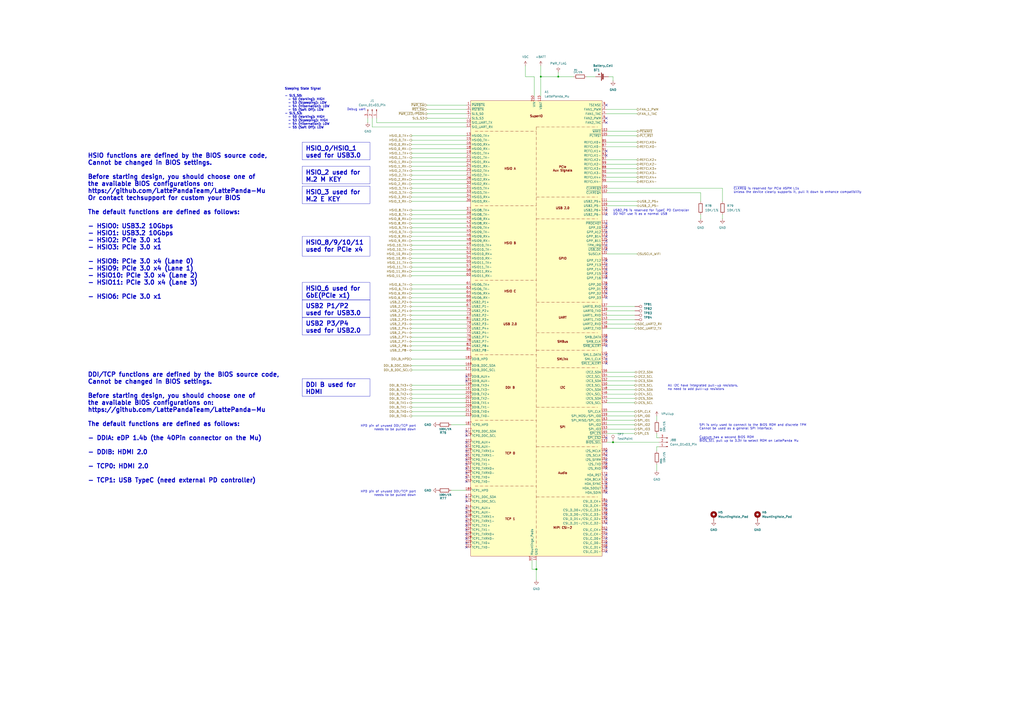
<source format=kicad_sch>
(kicad_sch (version 20250114) (generator "eeschema") (generator_version "9.0")
  (paper "A2")
  (title_block (title "Primer Carrier for LattePanda Mu") (date "2024-04-06") (rev "V1.0.0") (company "DFRobot") (comment 1 "20240406"))
  (text "HSIO functions are defined by the BIOS source code, \nCannot be changed in BIOS settings.\n\nBefore starting design, you should choose one of\nthe available BIOS configurations on:\nhttps://github.com/LattePandaTeam/LattePanda-Mu\nOr contact techsupport for custom your BIOS\n\nThe default functions are defined as follows:\n\n- HSIO0: USB3.2 10Gbps\n- HSIO1: USB3.2 10Gbps\n- HSIO2: PCIe 3.0 x1\n- HSIO3: PCIe 3.0 x1\n\n- HSIO8: PCIe 3.0 x4 (Lane 0)\n- HSIO9: PCIe 3.0 x4 (Lane 1)\n- HSIO10: PCIe 3.0 x4 (Lane 2)\n- HSIO11: PCIe 3.0 x4 (Lane 3)\n\n- HSIO6: PCIe 3.0 x1" (at 50.8 88.9 0) (effects (font (size 2.54 2.54) (thickness 0.508) (bold yes)) (justify left top)))
  (text "HPD pin of unused DDI/TCP port\nneeds to be pulled down" (at 241.3 246.38 0) (effects (font (size 1.27 1.27)) (justify right top)))
  (text "Cuprum has a second BIOS ROM\n~{BIOS_SEL} pull up to 3.3V to select ROM on LattePanda Mu" (at 405.638 256.54 0) (effects (font (size 1.27 1.27)) (justify left bottom)))
  (text "DDI/TCP functions are defined by the BIOS source code, \nCannot be changed in BIOS settings.\n\nBefore starting design, you should choose one of\nthe available BIOS configurations on:\nhttps://github.com/LattePandaTeam/LattePanda-Mu\n\nThe default functions are defined as follows:\n\n- DDIA: eDP 1.4b (the 40Pin connector on the Mu)\n\n- DDIB: HDMI 2.0\n\n- TCP0: HDMI 2.0\n\n- TCP1: USB TypeC (need external PD controller)" (at 50.8 215.9 0) (effects (font (size 2.54 2.54) (thickness 0.508) (bold yes)) (justify left top)))
  (text "Sleeping State Signal\n\n- SLS_S0: \n  - S0 (Working): HIGH\n  - S3 (Slpeeping): LOW\n  - S4 (Hibernation): LOW\n  - S5 (Soft Off): LOW\n- SLS_S3:\n  - S0 (Working): HIGH\n  - S3 (Slpeeping): HIGH\n  - S4 (Hibernation): LOW\n  - S5 (Soft Off): LOW" (at 165.1 50.8 0) (effects (font (size 1.27 1.27) (thickness 0.254) (bold yes)) (justify left top)))
  (text "USB2_P6 is reserved for TypeC PD Controller\nDO NOT use it as a normal USB" (at 355.6 123.19 0) (effects (font (size 1.27 1.27)) (justify left)))
  (text "SPI is only used to connect to the BIOS ROM and discrete TPM\nCannot be used as a general SPI interface." (at 405.638 247.65 0) (effects (font (size 1.27 1.27)) (justify left)))
  (text "All I2C have integrated pull-up resistors.\nno need to add pull-up resistors" (at 387.35 224.79 0) (effects (font (size 1.27 1.27)) (justify left)))
  (text "Debug uart" (at 212.09 63.5 0) (effects (font (size 1.27 1.27)) (justify right)))
  (text "~{CLKREQ} is reserved for PCIe ASPM L1s\nUnless the device clearly supports it, pull it down to enhance compatibility" (at 425.45 110.49 0) (effects (font (size 1.27 1.27)) (justify left)))
  (text "HPD pin of unused DDI/TCP port\nneeds to be pulled down" (at 241.3 284.48 0) (effects (font (size 1.27 1.27)) (justify right top)))
  (text_box "HSIO_0/HSIO_1 used for USB3.0 \n" (at 175.26 82.55 0) (size 39.37 10.16) (margins 1.905 1.905 1.905 1.905) (effects (font (size 2.54 2.54) (thickness 0.508) (bold yes)) (justify left top)))
  (text_box "HSIO_2 used for M.2 M KEY\n" (at 175.26 96.52 0) (size 39.37 10.16) (margins 1.905 1.905 1.905 1.905) (effects (font (size 2.54 2.54) (thickness 0.508) (bold yes)) (justify left top)))
  (text_box "HSIO_6 used for GbE(PCIe x1)\n" (at 175.26 163.83 0) (size 39.37 10.16) (margins 1.905 1.905 1.905 1.905) (effects (font (size 2.54 2.54) (thickness 0.508) (bold yes)) (justify left top)))
  (text_box "USB2 P3/P4 used for USB2.0 \n" (at 175.26 184.15 0) (size 39.37 10.16) (margins 1.905 1.905 1.905 1.905) (effects (font (size 2.54 2.54) (thickness 0.508) (bold yes)) (justify left top)))
  (text_box "DDI B used for HDMI\n" (at 175.26 219.71 0) (size 39.37 10.16) (margins 1.905 1.905 1.905 1.905) (effects (font (size 2.54 2.54) (thickness 0.508) (bold yes)) (justify left top)))
  (text_box "HSIO_3 used for M.2 E KEY\n" (at 175.26 107.95 0) (size 39.37 10.16) (margins 1.905 1.905 1.905 1.905) (effects (font (size 2.54 2.54) (thickness 0.508) (bold yes)) (justify left top)))
  (text_box "HSIO_8/9/10/11 used for PCIe x4\n\n" (at 175.26 137.16 0) (size 39.37 11.43) (margins 1.905 1.905 1.905 1.905) (effects (font (size 2.54 2.54) (thickness 0.508) (bold yes)) (justify left top)))
  (text_box "USB2 P1/P2 used for USB3.0\n" (at 175.26 173.99 0) (size 39.37 10.16) (margins 1.905 1.905 1.905 1.905) (effects (font (size 2.54 2.54) (thickness 0.508) (bold yes)) (justify left top)))
  (junction (at 355.6 256.54))
  (junction (at 323.85 44.45))
  (junction (at 311.15 330.2))
  (junction (at 313.69 44.45))
  (no_connect (at 270.51 307.34))
  (no_connect (at 351.79 278.13))
  (no_connect (at 351.79 293.37))
  (no_connect (at 351.79 275.59))
  (no_connect (at 351.79 129.54))
  (no_connect (at 351.79 132.08))
  (no_connect (at 351.79 208.28))
  (no_connect (at 270.51 220.98))
  (no_connect (at 351.79 161.29))
  (no_connect (at 351.79 285.75))
  (no_connect (at 270.51 252.73))
  (no_connect (at 270.51 309.88))
  (no_connect (at 270.51 274.32))
  (no_connect (at 351.79 134.62))
  (no_connect (at 351.79 198.12))
  (no_connect (at 351.79 167.64))
  (no_connect (at 270.51 250.19))
  (no_connect (at 351.79 264.16))
  (no_connect (at 351.79 298.45))
  (no_connect (at 270.51 304.8))
  (no_connect (at 351.79 172.72))
  (no_connect (at 351.79 153.67))
  (no_connect (at 351.79 170.18))
  (no_connect (at 351.79 151.13))
  (no_connect (at 270.51 314.96))
  (no_connect (at 351.79 205.74))
  (no_connect (at 351.79 165.1))
  (no_connect (at 351.79 312.42))
  (no_connect (at 270.51 269.24))
  (no_connect (at 270.51 297.18))
  (no_connect (at 351.79 87.63))
  (no_connect (at 351.79 269.24))
  (no_connect (at 270.51 261.62))
  (no_connect (at 351.79 271.78))
  (no_connect (at 270.51 294.64))
  (no_connect (at 351.79 290.83))
  (no_connect (at 270.51 312.42))
  (no_connect (at 351.79 300.99))
  (no_connect (at 351.79 68.58))
  (no_connect (at 270.51 259.08))
  (no_connect (at 270.51 288.29))
  (no_connect (at 351.79 266.7))
  (no_connect (at 351.79 283.21))
  (no_connect (at 351.79 124.46))
  (no_connect (at 270.51 299.72))
  (no_connect (at 351.79 254))
  (no_connect (at 351.79 71.12))
  (no_connect (at 351.79 200.66))
  (no_connect (at 351.79 280.67))
  (no_connect (at 351.79 295.91))
  (no_connect (at 351.79 144.78))
  (no_connect (at 351.79 90.17))
  (no_connect (at 270.51 302.26))
  (no_connect (at 351.79 139.7))
  (no_connect (at 351.79 309.88))
  (no_connect (at 270.51 279.4))
  (no_connect (at 351.79 156.21))
  (no_connect (at 351.79 320.04))
  (no_connect (at 351.79 261.62))
  (no_connect (at 351.79 303.53))
  (no_connect (at 270.51 276.86))
  (no_connect (at 270.51 218.44))
  (no_connect (at 351.79 121.92))
  (no_connect (at 351.79 142.24))
  (no_connect (at 351.79 60.96))
  (no_connect (at 351.79 195.58))
  (no_connect (at 351.79 307.34))
  (no_connect (at 270.51 256.54))
  (no_connect (at 351.79 314.96))
  (no_connect (at 351.79 210.82))
  (no_connect (at 270.51 317.5))
  (no_connect (at 351.79 137.16))
  (no_connect (at 270.51 266.7))
  (no_connect (at 270.51 264.16))
  (no_connect (at 270.51 271.78))
  (no_connect (at 270.51 290.83))
  (no_connect (at 351.79 317.5))
  (no_connect (at 351.79 158.75))
  (wire (pts (xy 351.79 105.41) (xy 369.57 105.41)))
  (wire (pts (xy 238.76 114.3) (xy 270.51 114.3)))
  (wire (pts (xy 213.36 68.58) (xy 213.36 71.12)))
  (wire (pts (xy 381 259.08) (xy 381 261.62)))
  (wire (pts (xy 238.76 172.72) (xy 270.51 172.72)))
  (wire (pts (xy 238.76 214.63) (xy 270.51 214.63)))
  (wire (pts (xy 406.4 111.76) (xy 406.4 116.84)))
  (wire (pts (xy 270.51 200.66) (xy 238.76 200.66)))
  (wire (pts (xy 353.06 44.45) (xy 355.6 44.45)))
  (wire (pts (xy 351.79 233.68) (xy 368.3 233.68)))
  (wire (pts (xy 304.8 44.45) (xy 309.88 44.45)))
  (wire (pts (xy 355.6 256.54) (xy 382.27 256.54)))
  (wire (pts (xy 351.79 111.76) (xy 406.4 111.76)))
  (wire (pts (xy 351.79 246.38) (xy 368.3 246.38)))
  (wire (pts (xy 238.76 116.84) (xy 270.51 116.84)))
  (wire (pts (xy 381 241.3) (xy 381 243.84)))
  (wire (pts (xy 381 254) (xy 381 251.46)))
  (wire (pts (xy 351.79 226.06) (xy 368.3 226.06)))
  (wire (pts (xy 261.62 246.38) (xy 270.51 246.38)))
  (wire (pts (xy 351.79 82.55) (xy 369.57 82.55)))
  (wire (pts (xy 238.76 137.16) (xy 270.51 137.16)))
  (wire (pts (xy 351.79 248.92) (xy 368.3 248.92)))
  (wire (pts (xy 247.65 63.5) (xy 270.51 63.5)))
  (wire (pts (xy 351.79 92.71) (xy 369.57 92.71)))
  (wire (pts (xy 238.76 228.6) (xy 270.51 228.6)))
  (wire (pts (xy 238.76 165.1) (xy 270.51 165.1)))
  (wire (pts (xy 308.61 325.12) (xy 308.61 330.2)))
  (wire (pts (xy 351.79 97.79) (xy 369.57 97.79)))
  (wire (pts (xy 351.79 102.87) (xy 369.57 102.87)))
  (wire (pts (xy 311.15 325.12) (xy 311.15 330.2)))
  (wire (pts (xy 419.1 109.22) (xy 419.1 116.84)))
  (wire (pts (xy 351.79 256.54) (xy 355.6 256.54)))
  (wire (pts (xy 238.76 127) (xy 270.51 127)))
  (wire (pts (xy 351.79 100.33) (xy 369.57 100.33)))
  (wire (pts (xy 238.76 157.48) (xy 270.51 157.48)))
  (wire (pts (xy 313.69 38.1) (xy 313.69 44.45)))
  (wire (pts (xy 238.76 96.52) (xy 270.51 96.52)))
  (wire (pts (xy 215.9 68.58) (xy 215.9 73.66)))
  (wire (pts (xy 351.79 251.46) (xy 368.3 251.46)))
  (wire (pts (xy 351.79 66.04) (xy 369.57 66.04)))
  (wire (pts (xy 238.76 86.36) (xy 270.51 86.36)))
  (wire (pts (xy 351.79 241.3) (xy 368.3 241.3)))
  (wire (pts (xy 351.79 180.34) (xy 368.3 180.34)))
  (wire (pts (xy 218.44 71.12) (xy 270.51 71.12)))
  (wire (pts (xy 351.79 177.8) (xy 368.3 177.8)))
  (wire (pts (xy 238.76 139.7) (xy 270.51 139.7)))
  (wire (pts (xy 238.76 223.52) (xy 270.51 223.52)))
  (wire (pts (xy 309.88 44.45) (xy 309.88 55.88)))
  (wire (pts (xy 238.76 99.06) (xy 270.51 99.06)))
  (wire (pts (xy 381 269.24) (xy 381 273.05)))
  (wire (pts (xy 238.76 88.9) (xy 270.51 88.9)))
  (wire (pts (xy 238.76 167.64) (xy 270.51 167.64)))
  (wire (pts (xy 238.76 142.24) (xy 270.51 142.24)))
  (wire (pts (xy 238.76 233.68) (xy 270.51 233.68)))
  (wire (pts (xy 270.51 203.2) (xy 238.76 203.2)))
  (wire (pts (xy 238.76 231.14) (xy 270.51 231.14)))
  (wire (pts (xy 238.76 81.28) (xy 270.51 81.28)))
  (wire (pts (xy 313.69 44.45) (xy 313.69 55.88)))
  (wire (pts (xy 351.79 228.6) (xy 368.3 228.6)))
  (wire (pts (xy 351.79 116.84) (xy 369.57 116.84)))
  (wire (pts (xy 238.76 147.32) (xy 270.51 147.32)))
  (wire (pts (xy 238.76 226.06) (xy 270.51 226.06)))
  (wire (pts (xy 351.79 231.14) (xy 368.3 231.14)))
  (wire (pts (xy 382.27 259.08) (xy 381 259.08)))
  (wire (pts (xy 308.61 330.2) (xy 311.15 330.2)))
  (wire (pts (xy 323.85 44.45) (xy 332.74 44.45)))
  (wire (pts (xy 238.76 152.4) (xy 270.51 152.4)))
  (wire (pts (xy 351.79 243.84) (xy 368.3 243.84)))
  (wire (pts (xy 351.79 187.96) (xy 368.3 187.96)))
  (wire (pts (xy 238.76 208.28) (xy 270.51 208.28)))
  (wire (pts (xy 238.76 93.98) (xy 270.51 93.98)))
  (wire (pts (xy 340.36 44.45) (xy 345.44 44.45)))
  (wire (pts (xy 355.6 44.45) (xy 355.6 46.99)))
  (wire (pts (xy 238.76 144.78) (xy 270.51 144.78)))
  (wire (pts (xy 215.9 73.66) (xy 270.51 73.66)))
  (wire (pts (xy 247.65 66.04) (xy 270.51 66.04)))
  (wire (pts (xy 351.79 109.22) (xy 419.1 109.22)))
  (wire (pts (xy 238.76 241.3) (xy 270.51 241.3)))
  (wire (pts (xy 238.76 154.94) (xy 270.51 154.94)))
  (wire (pts (xy 238.76 101.6) (xy 270.51 101.6)))
  (wire (pts (xy 351.79 218.44) (xy 368.3 218.44)))
  (wire (pts (xy 238.76 109.22) (xy 270.51 109.22)))
  (wire (pts (xy 238.76 78.74) (xy 270.51 78.74)))
  (wire (pts (xy 238.76 91.44) (xy 270.51 91.44)))
  (wire (pts (xy 311.15 330.2) (xy 311.15 336.55)))
  (wire (pts (xy 351.79 215.9) (xy 368.3 215.9)))
  (wire (pts (xy 261.62 284.48) (xy 270.51 284.48)))
  (wire (pts (xy 238.76 177.8) (xy 270.51 177.8)))
  (wire (pts (xy 351.79 182.88) (xy 368.3 182.88)))
  (wire (pts (xy 247.65 60.96) (xy 270.51 60.96)))
  (wire (pts (xy 381 254) (xy 382.27 254)))
  (wire (pts (xy 247.65 68.58) (xy 270.51 68.58)))
  (wire (pts (xy 238.76 106.68) (xy 270.51 106.68)))
  (wire (pts (xy 238.76 129.54) (xy 270.51 129.54)))
  (wire (pts (xy 351.79 220.98) (xy 368.3 220.98)))
  (wire (pts (xy 238.76 190.5) (xy 270.51 190.5)))
  (wire (pts (xy 238.76 160.02) (xy 270.51 160.02)))
  (wire (pts (xy 270.51 195.58) (xy 238.76 195.58)))
  (wire (pts (xy 238.76 149.86) (xy 270.51 149.86)))
  (wire (pts (xy 351.79 119.38) (xy 369.57 119.38)))
  (wire (pts (xy 304.8 38.1) (xy 304.8 44.45)))
  (wire (pts (xy 238.76 212.09) (xy 270.51 212.09)))
  (wire (pts (xy 238.76 193.04) (xy 270.51 193.04)))
  (wire (pts (xy 351.79 63.5) (xy 369.57 63.5)))
  (wire (pts (xy 270.51 198.12) (xy 238.76 198.12)))
  (wire (pts (xy 238.76 175.26) (xy 270.51 175.26)))
  (wire (pts (xy 238.76 170.18) (xy 270.51 170.18)))
  (wire (pts (xy 238.76 238.76) (xy 270.51 238.76)))
  (wire (pts (xy 351.79 147.32) (xy 369.57 147.32)))
  (wire (pts (xy 406.4 124.46) (xy 406.4 127)))
  (wire (pts (xy 351.79 185.42) (xy 368.3 185.42)))
  (wire (pts (xy 238.76 121.92) (xy 270.51 121.92)))
  (wire (pts (xy 323.85 41.91) (xy 323.85 44.45)))
  (wire (pts (xy 238.76 187.96) (xy 270.51 187.96)))
  (wire (pts (xy 238.76 111.76) (xy 270.51 111.76)))
  (wire (pts (xy 351.79 223.52) (xy 368.3 223.52)))
  (wire (pts (xy 238.76 185.42) (xy 270.51 185.42)))
  (wire (pts (xy 351.79 190.5) (xy 368.3 190.5)))
  (wire (pts (xy 351.79 95.25) (xy 369.57 95.25)))
  (wire (pts (xy 238.76 134.62) (xy 270.51 134.62)))
  (wire (pts (xy 238.76 124.46) (xy 270.51 124.46)))
  (wire (pts (xy 351.79 76.2) (xy 369.57 76.2)))
  (wire (pts (xy 351.79 78.74) (xy 369.57 78.74)))
  (wire (pts (xy 313.69 44.45) (xy 323.85 44.45)))
  (wire (pts (xy 238.76 182.88) (xy 270.51 182.88)))
  (wire (pts (xy 218.44 71.12) (xy 218.44 68.58)))
  (wire (pts (xy 351.79 238.76) (xy 368.3 238.76)))
  (wire (pts (xy 419.1 124.46) (xy 419.1 127)))
  (wire (pts (xy 351.79 85.09) (xy 369.57 85.09)))
  (wire (pts (xy 238.76 104.14) (xy 270.51 104.14)))
  (wire (pts (xy 238.76 236.22) (xy 270.51 236.22)))
  (wire (pts (xy 238.76 132.08) (xy 270.51 132.08)))
  (wire (pts (xy 238.76 180.34) (xy 270.51 180.34)))
  (wire (pts (xy 238.76 83.82) (xy 270.51 83.82)))
  (hierarchical_label "DDI_B_DDC_SCL" (shape output) (at 238.76 214.63 180))
  (hierarchical_label "SPI_IO0" (shape output) (at 368.3 241.3 0))
  (hierarchical_label "FAN_1_TAC" (shape input) (at 369.57 66.04 0))
  (hierarchical_label "HSIO_9_TX-" (shape output) (at 238.76 134.62 180))
  (hierarchical_label "HSIO_11_RX+" (shape input) (at 238.76 157.48 180))
  (hierarchical_label "USB_2_P2-" (shape bidirectional) (at 238.76 177.8 180))
  (hierarchical_label "~{PEWAKE}" (shape output) (at 369.57 76.2 0))
  (hierarchical_label "USB_2_P1-" (shape bidirectional) (at 238.76 182.88 180))
  (hierarchical_label "HSIO_8_TX-" (shape output) (at 238.76 124.46 180))
  (hierarchical_label "DDI_B_HPD" (shape input) (at 238.76 208.28 180))
  (hierarchical_label "REFCLK3+" (shape output) (at 369.57 97.79 0))
  (hierarchical_label "I2C4_SDA" (shape bidirectional) (at 368.3 226.06 0))
  (hierarchical_label "REFCLK3-" (shape output) (at 369.57 100.33 0))
  (hierarchical_label "USB_2_P8-" (shape bidirectional) (at 238.76 203.2 180))
  (hierarchical_label "DDI_B_TX2-" (shape output) (at 238.76 231.14 180))
  (hierarchical_label "HSIO_11_TX-" (shape output) (at 238.76 154.94 180))
  (hierarchical_label "SPI_CS" (shape output) (at 368.3 251.46 0))
  (hierarchical_label "DDI_B_TX0+" (shape output) (at 238.76 238.76 180))
  (hierarchical_label "USB_2_P3+" (shape bidirectional) (at 238.76 185.42 180))
  (hierarchical_label "DDI_B_TX3-" (shape output) (at 238.76 226.06 180))
  (hierarchical_label "DDI_B_TX0-" (shape output) (at 238.76 241.3 180))
  (hierarchical_label "HSIO_0_RX+" (shape input) (at 238.76 83.82 180))
  (hierarchical_label "~{PWR_LED}{slash}~{PSON}" (shape output) (at 247.65 66.04 180))
  (hierarchical_label "SLS_S3" (shape output) (at 247.65 68.58 180))
  (hierarchical_label "HSIO_8_TX+" (shape output) (at 238.76 121.92 180))
  (hierarchical_label "HSIO_11_TX+" (shape output) (at 238.76 152.4 180))
  (hierarchical_label "HSIO_9_RX+" (shape input) (at 238.76 137.16 180))
  (hierarchical_label "I2C3_SDA" (shape bidirectional) (at 368.3 220.98 0))
  (hierarchical_label "REFCLK0+" (shape output) (at 369.57 82.55 0))
  (hierarchical_label "I2C5_SDA" (shape bidirectional) (at 368.3 231.14 0))
  (hierarchical_label "USB_2_P7-" (shape bidirectional) (at 238.76 198.12 180))
  (hierarchical_label "HSIO_6_RX-" (shape input) (at 238.76 172.72 180))
  (hierarchical_label "I2C4_SCL" (shape output) (at 368.3 228.6 0))
  (hierarchical_label "SPI_IO1" (shape output) (at 368.3 243.84 0))
  (hierarchical_label "~{PWR_SW}" (shape input) (at 247.65 60.96 180))
  (hierarchical_label "SPI_CLK" (shape output) (at 368.3 238.76 0))
  (hierarchical_label "HSIO_0_TX+" (shape output) (at 238.76 78.74 180))
  (hierarchical_label "HSIO_3_TX+" (shape output) (at 238.76 109.22 180))
  (hierarchical_label "SUSCLK_WIFI" (shape input) (at 369.57 147.32 0))
  (hierarchical_label "HSIO_3_TX-" (shape output) (at 238.76 111.76 180))
  (hierarchical_label "I2C2_SDA" (shape bidirectional) (at 368.3 215.9 0))
  (hierarchical_label "HSIO_1_RX-" (shape input) (at 238.76 96.52 180))
  (hierarchical_label "USB_2_P5+" (shape bidirectional) (at 369.57 116.84 0))
  (hierarchical_label "HSIO_6_RX+" (shape input) (at 238.76 170.18 180))
  (hierarchical_label "REFCLK4-" (shape output) (at 369.57 105.41 0))
  (hierarchical_label "REFCLK2+" (shape output) (at 369.57 92.71 0))
  (hierarchical_label "DDI_B_TX2+" (shape output) (at 238.76 228.6 180))
  (hierarchical_label "USB_2_P3-" (shape bidirectional) (at 238.76 187.96 180))
  (hierarchical_label "HSIO_2_TX+" (shape output) (at 238.76 99.06 180))
  (hierarchical_label "USB_2_P4-" (shape bidirectional) (at 238.76 193.04 180))
  (hierarchical_label "FAN_1_PWM" (shape output) (at 369.57 63.5 0))
  (hierarchical_label "USB_2_P4+" (shape bidirectional) (at 238.76 190.5 180))
  (hierarchical_label "USB_2_P1+" (shape bidirectional) (at 238.76 180.34 180))
  (hierarchical_label "HSIO_1_RX+" (shape input) (at 238.76 93.98 180))
  (hierarchical_label "SOC_UART2_TX" (shape output) (at 368.3 190.5 0))
  (hierarchical_label "HSIO_2_RX+" (shape input) (at 238.76 104.14 180))
  (hierarchical_label "DDI_B_TX1-" (shape output) (at 238.76 236.22 180))
  (hierarchical_label "HSIO_9_RX-" (shape input) (at 238.76 139.7 180))
  (hierarchical_label "HSIO_10_RX+" (shape input) (at 238.76 147.32 180))
  (hierarchical_label "HSIO_10_TX-" (shape output) (at 238.76 144.78 180))
  (hierarchical_label "USB_2_P5-" (shape bidirectional) (at 369.57 119.38 0))
  (hierarchical_label "REFCLK4+" (shape output) (at 369.57 102.87 0))
  (hierarchical_label "~{PLT_RST}" (shape output) (at 369.57 78.74 0))
  (hierarchical_label "HSIO_0_RX-" (shape input) (at 238.76 86.36 180))
  (hierarchical_label "SPI_IO3" (shape output) (at 368.3 248.92 0))
  (hierarchical_label "USB_2_P2+" (shape bidirectional) (at 238.76 175.26 180))
  (hierarchical_label "HSIO_1_TX-" (shape output) (at 238.76 91.44 180))
  (hierarchical_label "I2C3_SCL" (shape output) (at 368.3 223.52 0))
  (hierarchical_label "DDI_B_DDC_SDA" (shape bidirectional) (at 238.76 212.09 180))
  (hierarchical_label "DDI_B_TX1+" (shape output) (at 238.76 233.68 180))
  (hierarchical_label "HSIO_2_RX-" (shape input) (at 238.76 106.68 180))
  (hierarchical_label "SPI_IO2" (shape output) (at 368.3 246.38 0))
  (hierarchical_label "HSIO_3_RX+" (shape input) (at 238.76 114.3 180))
  (hierarchical_label "I2C2_SCL" (shape output) (at 368.3 218.44 0))
  (hierarchical_label "HSIO_1_TX+" (shape output) (at 238.76 88.9 180))
  (hierarchical_label "SOC_UART2_RX" (shape input) (at 368.3 187.96 0))
  (hierarchical_label "HSIO_10_TX+" (shape output) (at 238.76 142.24 180))
  (hierarchical_label "HSIO_2_TX-" (shape output) (at 238.76 101.6 180))
  (hierarchical_label "HSIO_6_TX+" (shape output) (at 238.76 167.64 180))
  (hierarchical_label "HSIO_6_TX-" (shape output) (at 238.76 165.1 180))
  (hierarchical_label "USB_2_P7+" (shape bidirectional) (at 238.76 195.58 180))
  (hierarchical_label "~{RST_SW}" (shape input) (at 247.65 63.5 180))
  (hierarchical_label "DDI_B_TX3+" (shape output) (at 238.76 223.52 180))
  (hierarchical_label "HSIO_0_TX-" (shape output) (at 238.76 81.28 180))
  (hierarchical_label "REFCLK0-" (shape output) (at 369.57 85.09 0))
  (hierarchical_label "I2C5_SCL" (shape output) (at 368.3 233.68 0))
  (hierarchical_label "HSIO_9_TX+" (shape output) (at 238.76 132.08 180))
  (hierarchical_label "HSIO_3_RX-" (shape input) (at 238.76 116.84 180))
  (hierarchical_label "USB_2_P8+" (shape bidirectional) (at 238.76 200.66 180))
  (hierarchical_label "HSIO_8_RX-" (shape input) (at 238.76 129.54 180))
  (hierarchical_label "HSIO_11_RX-" (shape input) (at 238.76 160.02 180))
  (hierarchical_label "HSIO_10_RX-" (shape input) (at 238.76 149.86 180))
  (hierarchical_label "HSIO_8_RX+" (shape input) (at 238.76 127 180))
  (hierarchical_label "REFCLK2-" (shape output) (at 369.57 95.25 0))
  (symbol (lib_id "MCU_Module_LattePanda:LattePanda_Mu") (at 311.15 190.5 0) (unit 1)
    (property "Reference" "A1" (at 315.8841 53.34 0) (effects (justify left)))
    (property "Value" "LattePanda_Mu" (at 315.8841 55.88 0) (effects (justify left)))
    (property "Footprint" "Module_LattePanda:LattePanda_Module_H8.0mm_Horizontal" (effects (hide yes)))
    (property "Description" "A micro computing module with x86 processer, RAM and eMMC." (effects (hide yes)))
  )
  (symbol (lib_id "power:GND") (at 381 273.05 0) (unit 1)
    (property "Reference" "#PWR0197" (effects (hide yes)))
    (property "Value" "GND" (at 381 278.13 0))
  )
  (symbol (lib_id "Connector:TestPoint") (at 368.3 180.34 270) (unit 1) (in_bom no)
    (property "Reference" "TP82" (at 373.38 179.0699 90) (effects (justify left)))
    (property "Value" "TestPoint" (effects (hide yes)))
    (property "Footprint" "A_HDJ_Library:TestPoint_Pad_D1.0mm" (effects (hide yes)))
    (property "Description" "test point" (effects (hide yes)))
  )
  (symbol (lib_id "Connector:TestPoint") (at 368.3 177.8 270) (unit 1) (in_bom no)
    (property "Reference" "TP81" (at 373.38 176.5299 90) (effects (justify left)))
    (property "Value" "TestPoint" (effects (hide yes)))
    (property "Footprint" "A_HDJ_Library:TestPoint_Pad_D1.0mm" (effects (hide yes)))
    (property "Description" "test point" (effects (hide yes)))
  )
  (symbol (lib_id "power:GND") (at 419.1 127 0) (unit 1)
    (property "Reference" "#PWR0104" (effects (hide yes)))
    (property "Value" "GND" (at 419.1 132.08 0))
  )
  (symbol (lib_id "power:GND") (at 254 284.48 270) (unit 1)
    (property "Reference" "#PWR0120" (effects (hide yes)))
    (property "Value" "GND" (at 250.19 284.4799 90) (effects (justify right)))
  )
  (symbol (lib_id "Connector:TestPoint") (at 368.3 182.88 270) (unit 1) (in_bom no)
    (property "Reference" "TP83" (at 373.38 181.6099 90) (effects (justify left)))
    (property "Value" "TestPoint" (effects (hide yes)))
    (property "Footprint" "A_HDJ_Library:TestPoint_Pad_D1.0mm" (effects (hide yes)))
    (property "Description" "test point" (effects (hide yes)))
  )
  (symbol (lib_id "power:PWR_FLAG") (at 323.85 41.91 0) (unit 1)
    (property "Reference" "#FLG0201" (effects (hide yes)))
    (property "Value" "PWR_FLAG" (at 323.85 36.83 0))
    (property "Description" "Special symbol for telling ERC where power comes from" (effects (hide yes)))
  )
  (symbol (lib_id "Device:R") (at 336.55 44.45 90) (unit 1)
    (property "Reference" "R1" (at 334.01 40.64 90) (effects (font (size 1 1))))
    (property "Value" "1K/1%" (at 335.28 41.91 90) (effects (font (size 1 1))))
    (property "Footprint" "A_HDJ_Library:R_0402_1005Metric" (effects (hide yes)))
  )
  (symbol (lib_id "Device:R") (at 381 265.43 180) (unit 1)
    (property "Reference" "R95" (at 383.54 265.938 90) (effects (font (size 1 1)) (justify left)))
    (property "Value" "10K/1%" (at 385.318 262.128 90) (effects (font (size 1 1)) (justify left)))
    (property "Footprint" "A_HDJ_Library:R_0402_1005Metric" (effects (hide yes)))
    (property "Datasheet" "https://wmsc.lcsc.com/wmsc/upload/file/pdf/v2/lcsc/2304140030_YAGEO-RC0402FR-0710KL_C60490.pdf" (effects (hide yes)))
    (property "Part#" "C60490" (effects (hide yes)))
    (property "MPN" "RC0402FR-0710KL" (effects (hide yes)))
    (property "Package" "0402" (effects (hide yes)))
    (property "LCSC Part #" "C60490" (effects (hide yes)))
  )
  (symbol (lib_id "power:GND") (at 311.15 336.55 0) (unit 1)
    (property "Reference" "#PWR07" (effects (hide yes)))
    (property "Value" "GND" (at 311.15 341.63 0))
  )
  (symbol (lib_id "power:GND") (at 213.36 71.12 0) (unit 1)
    (property "Reference" "#PWR05" (effects (hide yes)))
    (property "Value" "GND" (at 213.36 76.2 0))
  )
  (symbol (lib_id "power:GND") (at 439.42 302.26 0) (unit 1)
    (property "Reference" "#PWR012" (effects (hide yes)))
    (property "Value" "GND" (at 439.42 307.34 0))
  )
  (symbol (lib_id "power:GND") (at 414.02 302.26 0) (unit 1)
    (property "Reference" "#PWR011" (effects (hide yes)))
    (property "Value" "GND" (at 414.02 307.34 0))
  )
  (symbol (lib_id "power:GND") (at 254 246.38 270) (unit 1)
    (property "Reference" "#PWR0119" (effects (hide yes)))
    (property "Value" "GND" (at 250.19 246.3799 90) (effects (justify right)))
  )
  (symbol (lib_id "Device:R") (at 257.81 246.38 270) (unit 1)
    (property "Reference" "R76" (at 257.048 250.952 90))
    (property "Value" "100K/1%" (at 258.318 248.92 90) (effects (font (size 1 1))))
    (property "Footprint" "A_HDJ_Library:R_0402_1005Metric" (effects (hide yes)))
  )
  (symbol (lib_id "Device:R") (at 419.1 120.65 0) (unit 1)
    (property "Reference" "R79" (at 421.64 119.3799 0) (effects (justify left)))
    (property "Value" "10K/1%" (at 421.64 121.9199 0) (effects (justify left)))
    (property "Footprint" "Resistor_SMD:R_0402_1005Metric" (effects (hide yes)))
    (property "Description" "Resistor" (effects (hide yes)))
  )
  (symbol (lib_id "power:+BATT") (at 313.69 38.1 0) (unit 1)
    (property "Reference" "#PWR08" (effects (hide yes)))
    (property "Value" "+BATT" (at 313.69 33.02 0))
  )
  (symbol (lib_name "+3V3_1") (lib_id "power:+3V3") (at 381 241.3 0) (unit 1)
    (property "Reference" "#PWR010" (effects (hide yes)))
    (property "Value" "VPullup" (at 383.54 240.0299 0) (effects (justify left)))
    (property "Description" "Power symbol creates a global label with name \"VPullup\"" (effects (hide yes)))
  )
  (symbol (lib_id "Device:R") (at 406.4 120.65 0) (unit 1)
    (property "Reference" "R78" (at 408.94 119.3799 0) (effects (justify left)))
    (property "Value" "10K/1%" (at 408.94 121.9199 0) (effects (justify left)))
    (property "Footprint" "Resistor_SMD:R_0402_1005Metric" (effects (hide yes)))
    (property "Description" "Resistor" (effects (hide yes)))
  )
  (symbol (lib_id "Device:R") (at 257.81 284.48 270) (unit 1)
    (property "Reference" "R77" (at 257.048 289.052 90))
    (property "Value" "100K/1%" (at 258.318 287.02 90) (effects (font (size 1 1))))
    (property "Footprint" "A_HDJ_Library:R_0402_1005Metric" (effects (hide yes)))
  )
  (symbol (lib_id "Connector:TestPoint") (at 355.6 256.54 0) (unit 1) (in_bom no)
    (property "Reference" "TP7" (at 358.14 251.9679 0) (effects (justify left)))
    (property "Value" "TestPoint" (at 358.14 254.5079 0) (effects (justify left)))
    (property "Footprint" "A_HDJ_Library:TestPoint_Pad_D1.5mm" (effects (hide yes)))
    (property "Description" "test point" (effects (hide yes)))
  )
  (symbol (lib_id "Connector:Conn_01x03_Pin") (at 215.9 63.5 270) (unit 1)
    (property "Reference" "J1" (at 215.9 58.42 90))
    (property "Value" "Conn_01x03_Pin" (at 215.9 60.96 90))
    (property "Footprint" "A_HDJ_Library:PinHeader_1x03_P2.54mm_Vertical" (effects (hide yes)))
  )
  (symbol (lib_id "Device:Battery_Cell") (at 350.52 44.45 90) (unit 1)
    (property "Reference" "BT1" (at 347.98 40.64 90) (effects (justify left)))
    (property "Value" "Battery_Cell" (at 355.6 38.1 90) (effects (justify left)))
    (property "Footprint" "A_HDJ_Library:Battery_Holder_CR1220_S8411-45R" (effects (hide yes)))
  )
  (symbol (lib_id "Mechanical:MountingHole_Pad") (at 414.02 299.72 0) (unit 1)
    (property "Reference" "H5" (at 416.56 297.18 0) (effects (justify left)))
    (property "Value" "MountingHole_Pad" (at 416.56 299.72 0) (effects (justify left)))
    (property "Footprint" "MountingHole:MountingHole_2.2mm_M2_DIN965_Pad" (effects (hide yes)))
  )
  (symbol (lib_id "Connector:TestPoint") (at 368.3 185.42 270) (unit 1) (in_bom no)
    (property "Reference" "TP84" (at 373.38 184.1499 90) (effects (justify left)))
    (property "Value" "TestPoint" (effects (hide yes)))
    (property "Footprint" "A_HDJ_Library:TestPoint_Pad_D1.0mm" (effects (hide yes)))
    (property "Description" "test point" (effects (hide yes)))
  )
  (symbol (lib_id "power:VDC") (at 304.8 38.1 0) (unit 1)
    (property "Reference" "#PWR06" (effects (hide yes)))
    (property "Value" "VDC" (at 304.8 33.02 0))
  )
  (symbol (lib_id "power:GND") (at 406.4 127 0) (unit 1)
    (property "Reference" "#PWR0103" (effects (hide yes)))
    (property "Value" "GND" (at 406.4 132.08 0))
  )
  (symbol (lib_id "Connector:Conn_01x03_Pin") (at 387.35 256.54 180) (unit 1)
    (property "Reference" "J88" (at 388.62 255.2699 0) (effects (justify right)))
    (property "Value" "Conn_01x03_Pin" (at 388.62 257.8099 0) (effects (justify right)))
    (property "Footprint" "Connector_PinHeader_2.54mm:PinHeader_1x03_P2.54mm_Vertical" (effects (hide yes)))
    (property "Description" "Generic connector, single row, 01x03, script generated" (effects (hide yes)))
    (property "MPN" "PZ2.54-1*3" (effects (hide yes)))
    (property "Package" "Jumper" (effects (hide yes)))
  )
  (symbol (lib_id "power:GND") (at 355.6 46.99 0) (unit 1)
    (property "Reference" "#PWR09" (effects (hide yes)))
    (property "Value" "GND" (at 355.6 52.07 0))
  )
  (symbol (lib_id "Device:R") (at 381 247.65 180) (unit 1)
    (property "Reference" "R2" (at 383.54 248.158 90) (effects (font (size 1 1)) (justify left)))
    (property "Value" "10K/1%" (at 385.318 244.348 90) (effects (font (size 1 1)) (justify left)))
    (property "Footprint" "A_HDJ_Library:R_0402_1005Metric" (effects (hide yes)))
    (property "Datasheet" "https://wmsc.lcsc.com/wmsc/upload/file/pdf/v2/lcsc/2304140030_YAGEO-RC0402FR-0710KL_C60490.pdf" (effects (hide yes)))
    (property "Part#" "C60490" (effects (hide yes)))
    (property "MPN" "RC0402FR-0710KL" (effects (hide yes)))
    (property "Package" "0402" (effects (hide yes)))
    (property "LCSC Part #" "C60490" (effects (hide yes)))
  )
  (symbol (lib_id "Mechanical:MountingHole_Pad") (at 439.42 299.72 0) (unit 1)
    (property "Reference" "H6" (at 441.96 297.18 0) (effects (justify left)))
    (property "Value" "MountingHole_Pad" (at 441.96 299.72 0) (effects (justify left)))
    (property "Footprint" "MountingHole_2.2mm_M2_DIN965_Pad" (effects (hide yes)))
  )
)
</source>
